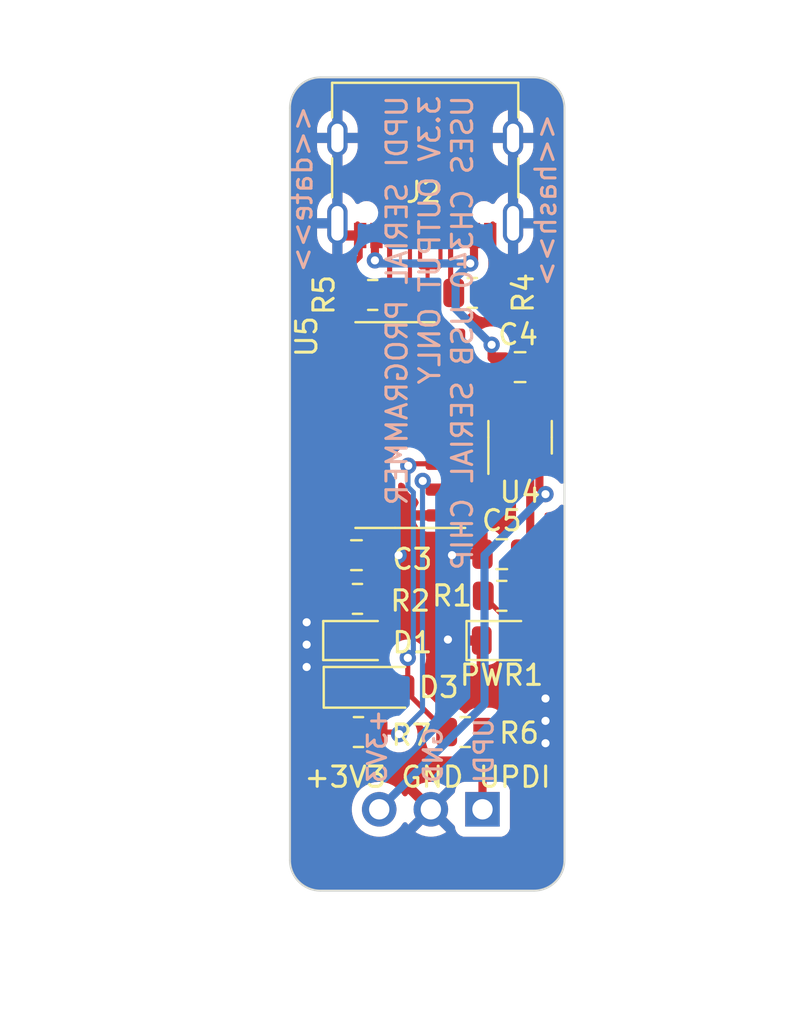
<source format=kicad_pcb>
(kicad_pcb (version 20221018) (generator pcbnew)
  (layers (0 "F.Cu" signal) (31 "B.Cu" signal) (34 "B.Paste" user) (35 "F.Paste" user) (36 "B.SilkS" user "B.Silkscreen") (37 "F.SilkS" user "F.Silkscreen") (38 "B.Mask" user) (39 "F.Mask" user) (44 "Edge.Cuts" user))
  (net 0 "")
  (net 1 "+3V3")
  (net 2 "GND")
  (net 3 "VCC")
  (net 4 "Net-(D1-A)")
  (net 5 "Net-(D3-K)")
  (net 6 "/RXD")
  (net 7 "Net-(J2-CC1)")
  (net 8 "/D+")
  (net 9 "/D-")
  (net 11 "Net-(J2-CC2)")
  (net 13 "Net-(PWR1-A)")
  (net 14 "/LED")
  (net 15 "/UPDI")
  (net 16 "/TXD")
  (footprint "Diode_SMD:D_SOD-123" (layer "F.Cu") (at 134.45 108.5)
    (fp_text reference "D3" hide)
    (fp_text value "BAT46W")
    (fp_text user "${REFERENCE}" (at 3.3 0) (layer "F.SilkS"))
    (fp_line (start -2.36 -1) (end -2.36 1) (stroke (width 0.12)) (layer "F.SilkS"))
    (fp_line (start -2.36 -1) (end 1.65 -1) (stroke (width 0.12)) (layer "F.SilkS"))
    (fp_line (start -2.36 1) (end 1.65 1) (stroke (width 0.12)) (layer "F.SilkS"))
    (pad "1" smd roundrect (at -1.65 0) (size 0.9 1.2) (layers "F.Cu" "F.Paste" "F.Mask") (net 5 "Net-(D3-K)"))
    (pad "2" smd roundrect (at 1.65 0) (size 0.9 1.2) (layers "F.Cu" "F.Paste" "F.Mask") (net 6 "/RXD"))
  )
  (footprint "Resistor_SMD:R_0805_2012Metric" (layer "F.Cu") (at 133.8 110.7)
    (fp_text reference "R7" (at 2.6 0.15) (layer "F.SilkS"))
    (fp_text value "470R")
    (fp_line (start -0.227064 -0.735) (end 0.227064 -0.735) (stroke (width 0.12)) (layer "F.SilkS"))
    (fp_line (start -0.227064 0.735) (end 0.227064 0.735) (stroke (width 0.12)) (layer "F.SilkS"))
    (pad "1" smd roundrect (at -0.9125 0) (size 1.025 1.4) (layers "F.Cu" "F.Paste" "F.Mask") (roundrect_rratio 0.243902) (net 5 "Net-(D3-K)"))
    (pad "2" smd roundrect (at 0.9125 0) (size 1.025 1.4) (layers "F.Cu" "F.Paste" "F.Mask") (roundrect_rratio 0.243902) (net 16 "/TXD"))
  )
  (footprint "Capacitor_SMD:C_0805_2012Metric" (layer "F.Cu") (at 141.75 92.75)
    (fp_text reference "C4" (at -0.1 -1.6) (layer "F.SilkS"))
    (fp_text value "4.7uF")
    (fp_line (start -0.261252 -0.735) (end 0.261252 -0.735) (stroke (width 0.12)) (layer "F.SilkS"))
    (fp_line (start -0.261252 0.735) (end 0.261252 0.735) (stroke (width 0.12)) (layer "F.SilkS"))
    (pad "1" smd roundrect (at -0.95 0) (size 1 1.45) (layers "F.Cu" "F.Paste" "F.Mask") (net 3 "VCC"))
    (pad "2" smd roundrect (at 0.95 0) (size 1 1.45) (layers "F.Cu" "F.Paste" "F.Mask") (net 2 "GND"))
  )
  (footprint "Capacitor_SMD:C_0805_2012Metric" (layer "F.Cu") (at 133.7 102)
    (fp_text reference "C3" (at 2.75 0.2) (layer "F.SilkS"))
    (fp_text value "100nF")
    (fp_line (start -0.261252 -0.735) (end 0.261252 -0.735) (stroke (width 0.12)) (layer "F.SilkS"))
    (fp_line (start -0.261252 0.735) (end 0.261252 0.735) (stroke (width 0.12)) (layer "F.SilkS"))
    (pad "1" smd roundrect (at -0.95 0) (size 1 1.45) (layers "F.Cu" "F.Paste" "F.Mask") (net 1 "+3V3"))
    (pad "2" smd roundrect (at 0.95 0) (size 1 1.45) (layers "F.Cu" "F.Paste" "F.Mask") (net 2 "GND"))
  )
  (footprint "Capacitor_SMD:C_0805_2012Metric" (layer "F.Cu") (at 140.85 101.95 180)
    (fp_text reference "C5" (at 0 1.65) (layer "F.SilkS"))
    (fp_text value "4.7uF")
    (fp_line (start -0.261252 -0.735) (end 0.261252 -0.735) (stroke (width 0.12)) (layer "F.SilkS"))
    (fp_line (start -0.261252 0.735) (end 0.261252 0.735) (stroke (width 0.12)) (layer "F.SilkS"))
    (pad "1" smd roundrect (at -0.95 0 180) (size 1 1.45) (layers "F.Cu" "F.Paste" "F.Mask") (net 1 "+3V3"))
    (pad "2" smd roundrect (at 0.95 0 180) (size 1 1.45) (layers "F.Cu" "F.Paste" "F.Mask") (net 2 "GND"))
  )
  (footprint "LED_SMD:LED_0805_2012Metric" (layer "F.Cu") (at 133.75 106.2)
    (fp_text reference "D1" (at 2.7 0.1) (layer "F.SilkS"))
    (fp_text value "DTR")
    (fp_line (start -1.685 -0.96) (end -1.685 0.96) (stroke (width 0.12)) (layer "F.SilkS"))
    (fp_line (start -1.685 0.96) (end 1 0.96) (stroke (width 0.12)) (layer "F.SilkS"))
    (fp_line (start 1 -0.96) (end -1.685 -0.96) (stroke (width 0.12)) (layer "F.SilkS"))
    (pad "1" smd roundrect (at -0.9375 0) (size 0.975 1.4) (layers "F.Cu" "F.Paste" "F.Mask") (net 2 "GND"))
    (pad "2" smd roundrect (at 0.9375 0) (size 0.975 1.4) (layers "F.Cu" "F.Paste" "F.Mask") (net 4 "Net-(D1-A)"))
  )
  (footprint "LED_SMD:LED_0805_2012Metric" (layer "F.Cu") (at 140.8 106.2)
    (fp_text reference "PWR1" (at 0.04 1.7) (layer "F.SilkS"))
    (fp_text value "LED")
    (fp_line (start -1.685 -0.96) (end -1.685 0.96) (stroke (width 0.12)) (layer "F.SilkS"))
    (fp_line (start -1.685 0.96) (end 1 0.96) (stroke (width 0.12)) (layer "F.SilkS"))
    (fp_line (start 1 -0.96) (end -1.685 -0.96) (stroke (width 0.12)) (layer "F.SilkS"))
    (pad "1" smd roundrect (at -0.9375 0) (size 0.975 1.4) (layers "F.Cu" "F.Paste" "F.Mask") (net 2 "GND"))
    (pad "2" smd roundrect (at 0.9375 0) (size 0.975 1.4) (layers "F.Cu" "F.Paste" "F.Mask") (net 13 "Net-(PWR1-A)"))
  )
  (footprint "Connector_USB:USB_C_Receptacle_G-Switch_GT-USB-7010ASV" (layer "F.Cu") (at 137.0825 82.55 180)
    (fp_text reference "J2" (at 0.0825 -1.6) (layer "F.SilkS"))
    (fp_text value "USB")
    (fp_line (start -4.58 -1.85) (end -4.58 0.07) (stroke (width 0.12)) (layer "F.SilkS"))
    (fp_line (start -4.58 3.785) (end -4.58 2.08) (stroke (width 0.12)) (layer "F.SilkS"))
    (fp_line (start 4.58 0.07) (end 4.58 -1.85) (stroke (width 0.12)) (layer "F.SilkS"))
    (fp_line (start 4.58 2.08) (end 4.58 3.785) (stroke (width 0.12)) (layer "F.SilkS"))
    (fp_line (start 4.58 3.785) (end -4.58 3.785) (stroke (width 0.12)) (layer "F.SilkS"))
    (pad "" np_thru_hole circle (at -2.89 -2.605 180) (size 0.65 0.65) (drill 0.65) (layers "*.Cu" "*.Mask"))
    (pad "" np_thru_hole circle (at 2.89 -2.605 180) (size 0.65 0.65) (drill 0.65) (layers "*.Cu" "*.Mask"))
    (pad "A1" smd rect (at -3.2 -3.725 180) (size 0.6 1.24) (layers "F.Cu" "F.Paste" "F.Mask") (net 2 "GND"))
    (pad "A4" smd rect (at -2.4 -3.725 180) (size 0.6 1.24) (layers "F.Cu" "F.Paste" "F.Mask") (net 3 "VCC"))
    (pad "A5" smd rect (at -1.25 -3.725 180) (size 0.3 1.24) (layers "F.Cu" "F.Paste" "F.Mask") (net 7 "Net-(J2-CC1)"))
    (pad "A6" smd rect (at -0.25 -3.725 180) (size 0.3 1.24) (layers "F.Cu" "F.Paste" "F.Mask") (net 8 "/D+"))
    (pad "A7" smd rect (at 0.25 -3.725 180) (size 0.3 1.24) (layers "F.Cu" "F.Paste" "F.Mask") (net 9 "/D-"))
    (pad "A8" smd rect (at 1.25 -3.725 180) (size 0.3 1.24) (layers "F.Cu" "F.Paste" "F.Mask"))
    (pad "A9" smd rect (at 2.4 -3.725 180) (size 0.6 1.24) (layers "F.Cu" "F.Paste" "F.Mask") (net 3 "VCC"))
    (pad "A12" smd rect (at 3.2 -3.725 180) (size 0.6 1.24) (layers "F.Cu" "F.Paste" "F.Mask") (net 2 "GND"))
    (pad "B1" smd rect (at 3.2 -3.725 180) (size 0.6 1.24) (layers "F.Cu" "F.Paste" "F.Mask") (net 2 "GND"))
    (pad "B4" smd rect (at 2.4 -3.725 180) (size 0.6 1.24) (layers "F.Cu" "F.Paste" "F.Mask") (net 3 "VCC"))
    (pad "B5" smd rect (at 1.75 -3.725 180) (size 0.3 1.24) (layers "F.Cu" "F.Paste" "F.Mask") (net 11 "Net-(J2-CC2)"))
    (pad "B6" smd rect (at 0.75 -3.725 180) (size 0.3 1.24) (layers "F.Cu" "F.Paste" "F.Mask") (net 8 "/D+"))
    (pad "B7" smd rect (at -0.75 -3.725 180) (size 0.3 1.24) (layers "F.Cu" "F.Paste" "F.Mask") (net 9 "/D-"))
    (pad "B8" smd rect (at -1.75 -3.725 180) (size 0.3 1.24) (layers "F.Cu" "F.Paste" "F.Mask"))
    (pad "B9" smd rect (at -2.4 -3.725 180) (size 0.6 1.24) (layers "F.Cu" "F.Paste" "F.Mask") (net 3 "VCC"))
    (pad "B12" smd rect (at -3.2 -3.725 180) (size 0.6 1.24) (layers "F.Cu" "F.Paste" "F.Mask") (net 2 "GND"))
    (pad "S1" thru_hole oval (at -4.32 -3.125 180) (size 1 2.1) (drill oval 0.6 1.7) (layers "*.Cu" "*.Mask") (net 2 "GND"))
    (pad "S1" thru_hole oval (at -4.32 1.075 180) (size 1 1.8) (drill oval 0.6 1.4) (layers "*.Cu" "*.Mask") (net 2 "GND"))
    (pad "S1" thru_hole oval (at 4.32 -3.125 180) (size 1 2.1) (drill oval 0.6 1.7) (layers "*.Cu" "*.Mask") (net 2 "GND"))
    (pad "S1" thru_hole oval (at 4.32 1.075 180) (size 1 1.8) (drill oval 0.6 1.4) (layers "*.Cu" "*.Mask") (net 2 "GND"))
  )
  (footprint "Resistor_SMD:R_0805_2012Metric" (layer "F.Cu") (at 139.4 89.1)
    (fp_text reference "R4" (at 2.5 0 90) (layer "F.SilkS"))
    (fp_text value "5K1")
    (fp_line (start -0.227064 -0.735) (end 0.227064 -0.735) (stroke (width 0.12)) (layer "F.SilkS"))
    (fp_line (start -0.227064 0.735) (end 0.227064 0.735) (stroke (width 0.12)) (layer "F.SilkS"))
    (pad "1" smd roundrect (at -0.9125 0) (size 1.025 1.4) (layers "F.Cu" "F.Paste" "F.Mask") (roundrect_rratio 0.243902) (net 7 "Net-(J2-CC1)"))
    (pad "2" smd roundrect (at 0.9125 0) (size 1.025 1.4) (layers "F.Cu" "F.Paste" "F.Mask") (roundrect_rratio 0.243902) (net 2 "GND"))
  )
  (footprint "Resistor_SMD:R_0805_2012Metric" (layer "F.Cu") (at 140.85 104)
    (fp_text reference "R1" (at -2.45 0 180) (layer "F.SilkS"))
    (fp_text value "1K")
    (fp_line (start -0.227064 -0.735) (end 0.227064 -0.735) (stroke (width 0.12)) (layer "F.SilkS"))
    (fp_line (start -0.227064 0.735) (end 0.227064 0.735) (stroke (width 0.12)) (layer "F.SilkS"))
    (pad "1" smd roundrect (at -0.9125 0) (size 1.025 1.4) (layers "F.Cu" "F.Paste" "F.Mask") (roundrect_rratio 0.243902) (net 13 "Net-(PWR1-A)"))
    (pad "2" smd roundrect (at 0.9125 0) (size 1.025 1.4) (layers "F.Cu" "F.Paste" "F.Mask") (roundrect_rratio 0.243902) (net 1 "+3V3"))
  )
  (footprint "Resistor_SMD:R_0805_2012Metric" (layer "F.Cu") (at 134.5 89.2 180)
    (fp_text reference "R5" (at 2.4 0 90) (layer "F.SilkS"))
    (fp_text value "5K1")
    (fp_line (start -0.227064 -0.735) (end 0.227064 -0.735) (stroke (width 0.12)) (layer "F.SilkS"))
    (fp_line (start -0.227064 0.735) (end 0.227064 0.735) (stroke (width 0.12)) (layer "F.SilkS"))
    (pad "1" smd roundrect (at -0.9125 0 180) (size 1.025 1.4) (layers "F.Cu" "F.Paste" "F.Mask") (roundrect_rratio 0.243902) (net 11 "Net-(J2-CC2)"))
    (pad "2" smd roundrect (at 0.9125 0 180) (size 1.025 1.4) (layers "F.Cu" "F.Paste" "F.Mask") (roundrect_rratio 0.243902) (net 2 "GND"))
  )
  (footprint "Resistor_SMD:R_0805_2012Metric" (layer "F.Cu") (at 139.05 110.7 180)
    (fp_text reference "R6" (at -2.65 -0.05) (layer "F.SilkS"))
    (fp_text value "470R")
    (fp_line (start -0.227064 -0.735) (end 0.227064 -0.735) (stroke (width 0.12)) (layer "F.SilkS"))
    (fp_line (start -0.227064 0.735) (end 0.227064 0.735) (stroke (width 0.12)) (layer "F.SilkS"))
    (pad "1" smd roundrect (at -0.9125 0 180) (size 1.025 1.4) (layers "F.Cu" "F.Paste" "F.Mask") (roundrect_rratio 0.243902) (net 15 "/UPDI"))
    (pad "2" smd roundrect (at 0.9125 0 180) (size 1.025 1.4) (layers "F.Cu" "F.Paste" "F.Mask") (roundrect_rratio 0.243902) (net 6 "/RXD"))
  )
  (footprint "Resistor_SMD:R_0805_2012Metric" (layer "F.Cu") (at 133.75 104.15 180)
    (fp_text reference "R2" (at -2.6 -0.1) (layer "F.SilkS"))
    (fp_text value "1K")
    (fp_line (start -0.227064 -0.735) (end 0.227064 -0.735) (stroke (width 0.12)) (layer "F.SilkS"))
    (fp_line (start -0.227064 0.735) (end 0.227064 0.735) (stroke (width 0.12)) (layer "F.SilkS"))
    (pad "1" smd roundrect (at -0.9125 0 180) (size 1.025 1.4) (layers "F.Cu" "F.Paste" "F.Mask") (roundrect_rratio 0.243902) (net 4 "Net-(D1-A)"))
    (pad "2" smd roundrect (at 0.9125 0 180) (size 1.025 1.4) (layers "F.Cu" "F.Paste" "F.Mask") (roundrect_rratio 0.243902) (net 14 "/LED"))
  )
  (footprint "Connector_PinHeader_2.54mm:PinHeader_1x03_P2.54mm_Horizontal" (layer "F.Cu") (at 139.9 114.5 -90)
    (fp_text reference "UPDI1" hide)
    (fp_text value "UPDI")
    (pad "1" thru_hole rect (at 0 0 270) (size 1.7 1.7) (drill 1) (layers "*.Cu" "*.Mask") (net 15 "/UPDI"))
    (pad "2" thru_hole oval (at 0 2.54 270) (size 1.7 1.7) (drill 1) (layers "*.Cu" "*.Mask") (net 2 "GND"))
    (pad "3" thru_hole oval (at 0 5.08 270) (size 1.7 1.7) (drill 1) (layers "*.Cu" "*.Mask") (net 1 "+3V3"))
  )
  (footprint "Package_TO_SOT_SMD:SOT-23-3" (layer "F.Cu") (at 141.75 96.2 90)
    (fp_text reference "U4" (at -2.7 0 180) (layer "F.SilkS"))
    (fp_text value "XC6206-3.3V")
    (fp_line (start 0 -1.56) (end -1.8 -1.56) (stroke (width 0.12)) (layer "F.SilkS"))
    (fp_line (start 0 -1.56) (end 0.8 -1.56) (stroke (width 0.12)) (layer "F.SilkS"))
    (fp_line (start 0 1.56) (end -0.8 1.56) (stroke (width 0.12)) (layer "F.SilkS"))
    (fp_line (start 0 1.56) (end 0.8 1.56) (stroke (width 0.12)) (layer "F.SilkS"))
    (pad "1" smd roundrect (at -1.1375 -0.95 90) (size 1.325 0.6) (layers "F.Cu" "F.Paste" "F.Mask") (net 2 "GND"))
    (pad "2" smd roundrect (at -1.1375 0.95 90) (size 1.325 0.6) (layers "F.Cu" "F.Paste" "F.Mask") (net 1 "+3V3"))
    (pad "3" smd roundrect (at 1.1375 0 90) (size 1.325 0.6) (layers "F.Cu" "F.Paste" "F.Mask") (net 3 "VCC"))
  )
  (footprint "Package_SO:SOIC-16_3.9x9.9mm_P1.27mm" (layer "F.Cu") (at 135.6 95.6 180)
    (fp_text reference "U5" (at 4.35 4.35 90) (layer "F.SilkS"))
    (fp_text value "CH340C")
    (fp_line (start 0 -5.06) (end -3.45 -5.06) (stroke (width 0.12)) (layer "F.SilkS"))
    (fp_line (start 0 -5.06) (end 1.95 -5.06) (stroke (width 0.12)) (layer "F.SilkS"))
    (fp_line (start 0 5.06) (end -1.95 5.06) (stroke (width 0.12)) (layer "F.SilkS"))
    (fp_line (start 0 5.06) (end 1.95 5.06) (stroke (width 0.12)) (layer "F.SilkS"))
    (pad "1" smd roundrect (at -2.475 -4.445 180) (size 1.95 0.6) (layers "F.Cu" "F.Paste" "F.Mask") (net 2 "GND"))
    (pad "2" smd roundrect (at -2.475 -3.175 180) (size 1.95 0.6) (layers "F.Cu" "F.Paste" "F.Mask") (net 16 "/TXD"))
    (pad "3" smd roundrect (at -2.475 -1.905 180) (size 1.95 0.6) (layers "F.Cu" "F.Paste" "F.Mask") (net 6 "/RXD"))
    (pad "4" smd roundrect (at -2.475 -0.635 180) (size 1.95 0.6) (layers "F.Cu" "F.Paste" "F.Mask") (net 1 "+3V3"))
    (pad "5" smd roundrect (at -2.475 0.635 180) (size 1.95 0.6) (layers "F.Cu" "F.Paste" "F.Mask") (net 8 "/D+"))
    (pad "6" smd roundrect (at -2.475 1.905 180) (size 1.95 0.6) (layers "F.Cu" "F.Paste" "F.Mask") (net 9 "/D-"))
    (pad "7" smd roundrect (at -2.475 3.175 180) (size 1.95 0.6) (layers "F.Cu" "F.Paste" "F.Mask"))
    (pad "8" smd roundrect (at -2.475 4.445 180) (size 1.95 0.6) (layers "F.Cu" "F.Paste" "F.Mask"))
    (pad "9" smd roundrect (at 2.475 4.445 180) (size 1.95 0.6) (layers "F.Cu" "F.Paste" "F.Mask"))
    (pad "10" smd roundrect (at 2.475 3.175 180) (size 1.95 0.6) (layers "F.Cu" "F.Paste" "F.Mask"))
    (pad "11" smd roundrect (at 2.475 1.905 180) (size 1.95 0.6) (layers "F.Cu" "F.Paste" "F.Mask"))
    (pad "12" smd roundrect (at 2.475 0.635 180) (size 1.95 0.6) (layers "F.Cu" "F.Paste" "F.Mask"))
    (pad "13" smd roundrect (at 2.475 -0.635 180) (size 1.95 0.6) (layers "F.Cu" "F.Paste" "F.Mask") (net 14 "/LED"))
    (pad "14" smd roundrect (at 2.475 -1.905 180) (size 1.95 0.6) (layers "F.Cu" "F.Paste" "F.Mask"))
    (pad "15" smd roundrect (at 2.475 -3.175 180) (size 1.95 0.6) (layers "F.Cu" "F.Paste" "F.Mask"))
    (pad "16" smd roundrect (at 2.475 -4.445 180) (size 1.95 0.6) (layers "F.Cu" "F.Paste" "F.Mask") (net 1 "+3V3"))
  )
  (gr_line (start 131.93 118.5) (end 142.43 118.5) (stroke (width 0.1)) (layer "Edge.Cuts"))
  (gr_arc (start 143.93 117) (mid 143.49066 118.06066) (end 142.43 118.5) (stroke (width 0.1)) (layer "Edge.Cuts"))
  (gr_line (start 142.43 78.5) (end 131.93 78.5) (stroke (width 0.1)) (layer "Edge.Cuts"))
  (gr_line (start 130.43 117) (end 130.43 80) (stroke (width 0.1)) (layer "Edge.Cuts"))
  (gr_arc (start 142.43 78.5) (mid 143.49066 78.93934) (end 143.93 80) (stroke (width 0.1)) (layer "Edge.Cuts"))
  (gr_arc (start 130.43 80) (mid 130.86934 78.93934) (end 131.93 78.5) (stroke (width 0.1)) (layer "Edge.Cuts"))
  (gr_arc (start 131.93 118.5) (mid 130.86934 118.06066) (end 130.43 117) (stroke (width 0.1)) (layer "Edge.Cuts"))
  (gr_line (start 143.93 80) (end 143.93 117) (stroke (width 0.1)) (layer "Edge.Cuts"))
  (gr_text "UPDI" (at 140.5 109.928573 90) (layer "B.SilkS") (effects (font (size 0.9 0.9)) (justify left bottom mirror)))
  (gr_text "+3V3" (at 135.25 109.5 90) (layer "B.SilkS") (effects (font (size 0.9 0.9)) (justify left bottom mirror)))
  (gr_text "UPDI SERIAL PROGRAMMER\n3.3V OUTPUT ONLY\nUSES CH340 USB SERIAL CHIP" (at 139.5 79.3 90) (layer "B.SilkS") (effects (font (size 1 1)) (justify left bottom mirror)))
  (gr_text "GND" (at 138 110.357144 90) (layer "B.SilkS") (effects (font (size 0.9 0.9)) (justify left bottom mirror)))
  (gr_text "<<hash>>" (at 143.6 80.2 90) (layer "B.SilkS") (effects (font (size 1 1)) (justify left bottom mirror)))
  (gr_text "<<date>>" (at 131.6 79.8 90) (layer "B.SilkS") (effects (font (size 1 1)) (justify left bottom mirror)))
  (gr_text "+3V3 GND UPDI" (at 131.05 113.5) (layer "F.SilkS") (effects (font (size 1 1)) (justify left bottom)))
  (segment (start 142.7 98.7) (end 143 99) (width 0.4) (layer "F.Cu") (net 1))
  (segment (start 141.5975 96.235) (end 142.7 97.3375) (width 0.4) (layer "F.Cu") (net 1))
  (segment (start 136.115 96.235) (end 135.05 97.3) (width 0.4) (layer "F.Cu") (net 1))
  (segment (start 138.075 96.235) (end 141.5975 96.235) (width 0.4) (layer "F.Cu") (net 1))
  (segment (start 135.05 99) (end 134.005 100.045) (width 0.4) (layer "F.Cu") (net 1))
  (segment (start 134.005 100.045) (end 133.125 100.045) (width 0.4) (layer "F.Cu") (net 1))
  (segment (start 141.7625 103.98) (end 141.7625 101.9875) (width 0.4) (layer "F.Cu") (net 1))
  (segment (start 142.25 97.7875) (end 142.25 101.5) (width 0.4) (layer "F.Cu") (net 1))
  (segment (start 132.75 102) (end 132.75 100.42) (width 0.4) (layer "F.Cu") (net 1))
  (segment (start 142.25 101.5) (end 141.8 101.95) (width 0.4) (layer "F.Cu") (net 1))
  (segment (start 142.7 97.3375) (end 142.7 98.7) (width 0.4) (layer "F.Cu") (net 1))
  (segment (start 132.75 100.42) (end 133.125 100.045) (width 0.4) (layer "F.Cu") (net 1))
  (segment (start 138.075 96.235) (end 136.115 96.235) (width 0.4) (layer "F.Cu") (net 1))
  (segment (start 142.7 97.3375) (end 142.25 97.7875) (width 0.4) (layer "F.Cu") (net 1))
  (segment (start 135.05 97.3) (end 135.05 99) (width 0.4) (layer "F.Cu") (net 1))
  (via (at 143 99) (size 0.8) (drill 0.4) (layers "F.Cu" "B.Cu") (net 1))
  (segment (start 140 109.32) (end 134.82 114.5) (width 0.4) (layer "B.Cu") (net 1))
  (segment (start 143 99) (end 140 102) (width 0.4) (layer "B.Cu") (net 1))
  (segment (start 140 102) (end 140 109.32) (width 0.4) (layer "B.Cu") (net 1))
  (segment (start 133.5875 89.2) (end 133.5875 87.6125) (width 0.25) (layer "F.Cu") (net 2))
  (segment (start 140.2825 87.0325) (end 140.3125 87.0625) (width 0.25) (layer "F.Cu") (net 2))
  (segment (start 140.3125 87.0625) (end 140.3125 89.1) (width 0.25) (layer "F.Cu") (net 2))
  (segment (start 133.8825 87.3175) (end 133.8825 86.275) (width 0.25) (layer "F.Cu") (net 2))
  (segment (start 142.1 92.15) (end 142.55 92.6) (width 0.25) (layer "F.Cu") (net 2))
  (segment (start 140.3125 89.1) (end 142.1 90.8875) (width 0.25) (layer "F.Cu") (net 2))
  (segment (start 140.2825 86.275) (end 140.2825 87.0325) (width 0.25) (layer "F.Cu") (net 2))
  (segment (start 142.1 90.8875) (end 142.1 92.15) (width 0.25) (layer "F.Cu") (net 2))
  (segment (start 133.5875 87.6125) (end 133.8825 87.3175) (width 0.25) (layer "F.Cu") (net 2))
  (via (at 138.4 102) (size 0.8) (drill 0.4) (layers "F.Cu" "B.Cu") (net 2))
  (via (at 143 110.15) (size 0.8) (drill 0.4) (layers "F.Cu" "B.Cu") (net 2))
  (via (at 131.25 105.3) (size 0.8) (drill 0.4) (layers "F.Cu" "B.Cu") (net 2))
  (via (at 143 111.25) (size 0.8) (drill 0.4) (layers "F.Cu" "B.Cu") (net 2))
  (via (at 135.774566 102) (size 0.8) (drill 0.4) (layers "F.Cu" "B.Cu") (net 2))
  (via (at 131.25 106.4) (size 0.8) (drill 0.4) (layers "F.Cu" "B.Cu") (net 2))
  (via (at 143 109.05) (size 0.8) (drill 0.4) (layers "F.Cu" "B.Cu") (net 2))
  (via (at 138.2 106.15) (size 0.8) (drill 0.4) (layers "F.Cu" "B.Cu") (net 2))
  (via (at 131.25 107.5) (size 0.8) (drill 0.4) (layers "F.Cu" "B.Cu") (net 2))
  (segment (start 139.4825 87.4675) (end 139.4825 86.275) (width 0.4) (layer "F.Cu") (net 3))
  (segment (start 134.608 87.5) (end 134.608 86.3495) (width 0.4) (layer "F.Cu") (net 3))
  (segment (start 140.35 91.65) (end 140.35 92.3) (width 0.4) (layer "F.Cu") (net 3))
  (segment (start 141.75 95.0625) (end 141.75 93.7) (width 0.25) (layer "F.Cu") (net 3))
  (segment (start 139.3 87.65) (end 139.4825 87.4675) (width 0.4) (layer "F.Cu") (net 3))
  (segment (start 141.75 93.7) (end 140.8 92.75) (width 0.25) (layer "F.Cu") (net 3))
  (segment (start 140.35 92.3) (end 140.8 92.75) (width 0.4) (layer "F.Cu") (net 3))
  (via (at 134.608 87.5) (size 0.8) (drill 0.4) (layers "F.Cu" "B.Cu") (net 3))
  (via (at 139.3 87.65) (size 0.8) (drill 0.4) (layers "F.Cu" "B.Cu") (net 3))
  (via (at 140.35 91.65) (size 0.8) (drill 0.4) (layers "F.Cu" "B.Cu") (net 3))
  (segment (start 138.577551 89.877551) (end 140.35 91.65) (width 0.4) (layer "B.Cu") (net 3))
  (segment (start 139.3 87.65) (end 134.758 87.65) (width 0.4) (layer "B.Cu") (net 3))
  (segment (start 134.758 87.65) (end 134.608 87.5) (width 0.4) (layer "B.Cu") (net 3))
  (segment (start 138.577551 88.372449) (end 138.577551 89.877551) (width 0.4) (layer "B.Cu") (net 3))
  (segment (start 139.3 87.65) (end 138.577551 88.372449) (width 0.4) (layer "B.Cu") (net 3))
  (segment (start 134.6875 106.2) (end 134.6875 104.175) (width 0.25) (layer "F.Cu") (net 4))
  (segment (start 132.8 108.5) (end 132.8 110.6125) (width 0.25) (layer "F.Cu") (net 5))
  (segment (start 136.345 97.505) (end 138.075 97.505) (width 0.25) (layer "F.Cu") (net 6))
  (segment (start 136.25 97.6) (end 136.345 97.505) (width 0.25) (layer "F.Cu") (net 6))
  (segment (start 136.1 108.6625) (end 137.9375 110.5) (width 0.25) (layer "F.Cu") (net 6))
  (segment (start 136.224566 107.05) (end 136.224566 108.375434) (width 0.25) (layer "F.Cu") (net 6))
  (via (at 136.224566 107.05) (size 0.8) (drill 0.4) (layers "F.Cu" "B.Cu") (net 6))
  (via (at 136.25 97.6) (size 0.8) (drill 0.4) (layers "F.Cu" "B.Cu") (net 6))
  (segment (start 136.499066 106.7755) (end 136.224566 107.05) (width 0.25) (layer "B.Cu") (net 6))
  (segment (start 136.499066 98.910391) (end 136.499066 106.7755) (width 0.25) (layer "B.Cu") (net 6))
  (segment (start 136.235177 98.646502) (end 136.499066 98.910391) (width 0.25) (layer "B.Cu") (net 6))
  (segment (start 136.25 97.6) (end 136.235177 97.614823) (width 0.25) (layer "B.Cu") (net 6))
  (segment (start 136.235177 97.614823) (end 136.235177 98.646502) (width 0.25) (layer "B.Cu") (net 6))
  (segment (start 138.3325 88.945) (end 138.3325 86.925) (width 0.25) (layer "F.Cu") (net 7))
  (segment (start 138.4875 89.1) (end 138.3325 88.945) (width 0.25) (layer "F.Cu") (net 7))
  (segment (start 136.3325 94.4325) (end 136.3325 85.405) (width 0.2) (layer "F.Cu") (net 8))
  (segment (start 138.075 94.965) (end 136.865 94.965) (width 0.2) (layer "F.Cu") (net 8))
  (segment (start 136.865 94.965) (end 136.3325 94.4325) (width 0.2) (layer "F.Cu") (net 8))
  (segment (start 137.1775 85.25) (end 137.3325 85.405) (width 0.2) (layer "F.Cu") (net 8))
  (segment (start 137.3325 85.405) (end 137.3325 86.275) (width 0.2) (layer "F.Cu") (net 8))
  (segment (start 136.3325 85.405) (end 136.4875 85.25) (width 0.2) (layer "F.Cu") (net 8))
  (segment (start 136.4875 85.25) (end 137.1775 85.25) (width 0.2) (layer "F.Cu") (net 8))
  (segment (start 137.2 87.845) (end 137.2 89.25) (width 0.2) (layer "F.Cu") (net 9))
  (segment (start 136.8825 87.845) (end 137.2 87.845) (width 0.2) (layer "F.Cu") (net 9))
  (segment (start 137.2 89.25) (end 136.7325 89.7175) (width 0.2) (layer "F.Cu") (net 9))
  (segment (start 137.755 87.845) (end 137.8325 87.7675) (width 0.2) (layer "F.Cu") (net 9))
  (segment (start 137.8325 87.7675) (end 137.8325 86.925) (width 0.2) (layer "F.Cu") (net 9))
  (segment (start 136.8325 86.925) (end 136.8325 87.795) (width 0.2) (layer "F.Cu") (net 9))
  (segment (start 136.7325 93.2325) (end 137.195 93.695) (width 0.2) (layer "F.Cu") (net 9))
  (segment (start 137.195 93.695) (end 138.075 93.695) (width 0.2) (layer "F.Cu") (net 9))
  (segment (start 136.8325 87.795) (end 136.8825 87.845) (width 0.2) (layer "F.Cu") (net 9))
  (segment (start 137.2 87.845) (end 137.755 87.845) (width 0.2) (layer "F.Cu") (net 9))
  (segment (start 136.7325 89.7175) (end 136.7325 93.2325) (width 0.2) (layer "F.Cu") (net 9))
  (segment (start 135.3325 89.0325) (end 135.3325 86.925) (width 0.25) (layer "F.Cu") (net 11))
  (segment (start 135.5 89.2) (end 135.3325 89.0325) (width 0.25) (layer "F.Cu") (net 11))
  (segment (start 141.7375 105.8) (end 139.9375 104) (width 0.25) (layer "F.Cu") (net 13))
  (segment (start 132.25 104.15) (end 131.6 103.5) (width 0.25) (layer "F.Cu") (net 14))
  (segment (start 132.8375 104.15) (end 132.25 104.15) (width 0.25) (layer "F.Cu") (net 14))
  (segment (start 131.6 97) (end 132.365 96.235) (width 0.25) (layer "F.Cu") (net 14))
  (segment (start 131.6 103.5) (end 131.6 97) (width 0.25) (layer "F.Cu") (net 14))
  (segment (start 139.9 110.7625) (end 139.9625 110.7) (width 0.4) (layer "F.Cu") (net 15))
  (segment (start 139.9 113.95) (end 139.9 110.7625) (width 0.4) (layer "F.Cu") (net 15))
  (segment (start 136.960177 98.346197) (end 137.38898 98.775) (width 0.25) (layer "F.Cu") (net 16))
  (segment (start 135.8 110.8) (end 135.7 110.7) (width 0.25) (layer "F.Cu") (net 16))
  (segment (start 135.7 110.7) (end 134.7125 110.7) (width 0.25) (layer "F.Cu") (net 16))
  (via (at 136.960177 98.346197) (size 0.8) (drill 0.4) (layers "F.Cu" "B.Cu") (net 16))
  (via (at 135.8 110.8) (size 0.8) (drill 0.4) (layers "F.Cu" "B.Cu") (net 16))
  (segment (start 136.960177 98.346197) (end 136.949066 98.357308) (width 0.25) (layer "B.Cu") (net 16))
  (segment (start 136.949066 98.357308) (end 136.949066 109.650934) (width 0.25) (layer "B.Cu") (net 16))
  (segment (start 136.949066 109.650934) (end 135.8 110.8) (width 0.25) (layer "B.Cu") (net 16))
  (zone (net 2) (net_name "GND") (layers "F&B.Cu") (connect_pads (clearance 0.5)) (min_thickness 0.25) (fill yes (thermal_gap 0.5) (thermal_bridge_width 0.5))
    (polygon (pts (xy 130.48 118.55) (xy 144.23 118.55) (xy 143.98 78.4) (xy 130.23 78.4)))
  )
)
</source>
